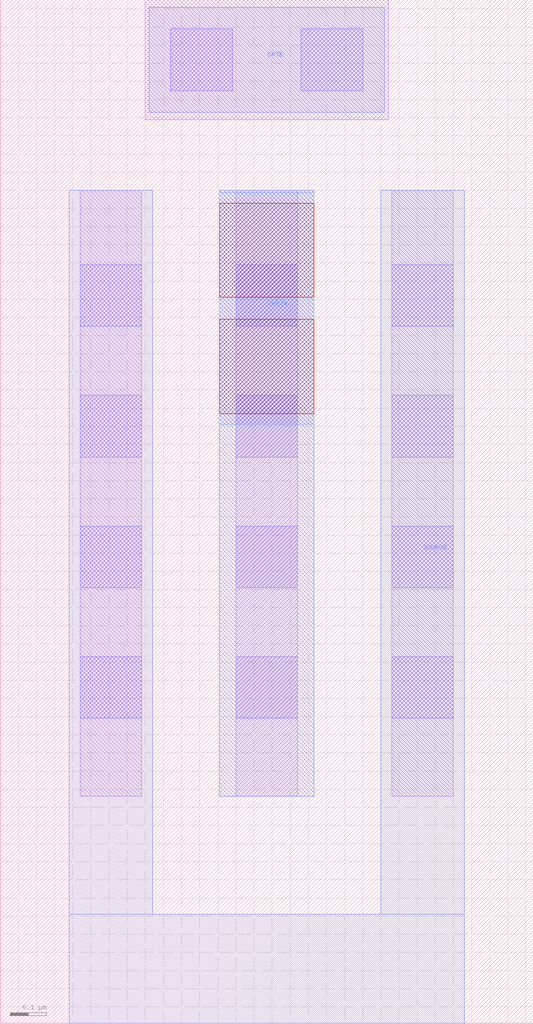
<source format=lef>
# Copyright 2020 The SkyWater PDK Authors
#
# Licensed under the Apache License, Version 2.0 (the "License");
# you may not use this file except in compliance with the License.
# You may obtain a copy of the License at
#
#     https://www.apache.org/licenses/LICENSE-2.0
#
# Unless required by applicable law or agreed to in writing, software
# distributed under the License is distributed on an "AS IS" BASIS,
# WITHOUT WARRANTIES OR CONDITIONS OF ANY KIND, either express or implied.
# See the License for the specific language governing permissions and
# limitations under the License.
#
# SPDX-License-Identifier: Apache-2.0

VERSION 5.7 ;
  NOWIREEXTENSIONATPIN ON ;
  DIVIDERCHAR "/" ;
  BUSBITCHARS "[]" ;
MACRO sky130_fd_pr__rf_pfet_01v8_aF02W1p68L0p15
  CLASS BLOCK ;
  FOREIGN sky130_fd_pr__rf_pfet_01v8_aF02W1p68L0p15 ;
  ORIGIN  0.000000  0.445000 ;
  SIZE  1.470000 BY  2.820000 ;
  PIN DRAIN
    ANTENNADIFFAREA  0.470400 ;
    PORT
      LAYER met2 ;
        RECT 0.605000 1.205000 0.865000 1.845000 ;
    END
  END DRAIN
  PIN GATE
    ANTENNAGATEAREA  0.504000 ;
    PORT
      LAYER met1 ;
        RECT 0.410000 2.065000 1.060000 2.355000 ;
    END
  END GATE
  PIN SOURCE
    ANTENNADIFFAREA  0.890400 ;
    PORT
      LAYER met1 ;
        RECT 0.190000 -0.445000 1.280000 -0.145000 ;
        RECT 0.190000 -0.145000 0.420000  1.850000 ;
        RECT 1.050000 -0.145000 1.280000  1.850000 ;
    END
  END SOURCE
  OBS
    LAYER li1 ;
      RECT 0.220000 0.180000 0.390000 1.850000 ;
      RECT 0.400000 2.045000 1.070000 2.375000 ;
      RECT 0.650000 0.180000 0.820000 1.850000 ;
      RECT 1.080000 0.180000 1.250000 1.850000 ;
    LAYER mcon ;
      RECT 0.220000 0.395000 0.390000 0.565000 ;
      RECT 0.220000 0.755000 0.390000 0.925000 ;
      RECT 0.220000 1.115000 0.390000 1.285000 ;
      RECT 0.220000 1.475000 0.390000 1.645000 ;
      RECT 0.470000 2.125000 0.640000 2.295000 ;
      RECT 0.650000 0.395000 0.820000 0.565000 ;
      RECT 0.650000 0.755000 0.820000 0.925000 ;
      RECT 0.650000 1.115000 0.820000 1.285000 ;
      RECT 0.650000 1.475000 0.820000 1.645000 ;
      RECT 0.830000 2.125000 1.000000 2.295000 ;
      RECT 1.080000 0.395000 1.250000 0.565000 ;
      RECT 1.080000 0.755000 1.250000 0.925000 ;
      RECT 1.080000 1.115000 1.250000 1.285000 ;
      RECT 1.080000 1.475000 1.250000 1.645000 ;
    LAYER met1 ;
      RECT 0.605000 0.180000 0.865000 1.850000 ;
    LAYER via ;
      RECT 0.605000 1.235000 0.865000 1.495000 ;
      RECT 0.605000 1.555000 0.865000 1.815000 ;
  END
END sky130_fd_pr__rf_pfet_01v8_aF02W1p68L0p15
END LIBRARY

</source>
